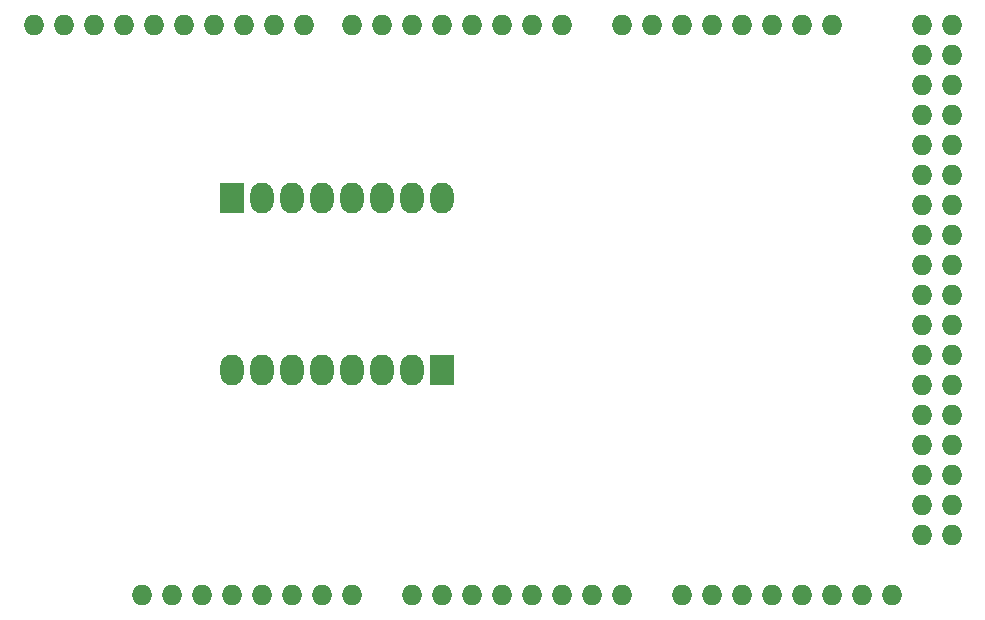
<source format=gtl>
G04 #@! TF.GenerationSoftware,KiCad,Pcbnew,(5.0.1)-3*
G04 #@! TF.CreationDate,2019-01-09T08:59:11+01:00*
G04 #@! TF.ProjectId,P300_Display_IF,503330305F446973706C61795F49462E,rev?*
G04 #@! TF.SameCoordinates,Original*
G04 #@! TF.FileFunction,Copper,L1,Top,Signal*
G04 #@! TF.FilePolarity,Positive*
%FSLAX46Y46*%
G04 Gerber Fmt 4.6, Leading zero omitted, Abs format (unit mm)*
G04 Created by KiCad (PCBNEW (5.0.1)-3) date 09.01.2019 08:59:11*
%MOMM*%
%LPD*%
G01*
G04 APERTURE LIST*
G04 #@! TA.AperFunction,ComponentPad*
%ADD10O,1.727200X1.727200*%
G04 #@! TD*
G04 #@! TA.AperFunction,ComponentPad*
%ADD11R,2.000000X2.600000*%
G04 #@! TD*
G04 #@! TA.AperFunction,ComponentPad*
%ADD12O,2.000000X2.600000*%
G04 #@! TD*
G04 APERTURE END LIST*
D10*
G04 #@! TO.P,XA1,A0*
G04 #@! TO.N,LCD_RD*
X127000000Y-119380000D03*
G04 #@! TO.P,XA1,VIN*
G04 #@! TO.N,Net-(XA1-PadVIN)*
X121920000Y-119380000D03*
G04 #@! TO.P,XA1,GND3*
G04 #@! TO.N,Net-(XA1-PadGND3)*
X119380000Y-119380000D03*
G04 #@! TO.P,XA1,GND2*
G04 #@! TO.N,Net-(XA1-PadGND2)*
X116840000Y-119380000D03*
G04 #@! TO.P,XA1,5V1*
G04 #@! TO.N,+5V*
X114300000Y-119380000D03*
G04 #@! TO.P,XA1,3V3*
G04 #@! TO.N,+3V3*
X111760000Y-119380000D03*
G04 #@! TO.P,XA1,RST1*
G04 #@! TO.N,Net-(XA1-PadRST1)*
X109220000Y-119380000D03*
G04 #@! TO.P,XA1,IORF*
G04 #@! TO.N,Net-(XA1-PadIORF)*
X106680000Y-119380000D03*
G04 #@! TO.P,XA1,D21*
G04 #@! TO.N,SCL*
X162560000Y-71120000D03*
G04 #@! TO.P,XA1,D20*
G04 #@! TO.N,SDA*
X160020000Y-71120000D03*
G04 #@! TO.P,XA1,D19*
G04 #@! TO.N,Tacho_L2*
X157480000Y-71120000D03*
G04 #@! TO.P,XA1,D18*
G04 #@! TO.N,Tacho_L1*
X154940000Y-71120000D03*
G04 #@! TO.P,XA1,D17*
G04 #@! TO.N,CO2_TX*
X152400000Y-71120000D03*
G04 #@! TO.P,XA1,D16*
G04 #@! TO.N,CO2_RX*
X149860000Y-71120000D03*
G04 #@! TO.P,XA1,D15*
G04 #@! TO.N,Net-(XA1-PadD15)*
X147320000Y-71120000D03*
G04 #@! TO.P,XA1,D14*
G04 #@! TO.N,Net-(XA1-PadD14)*
X144780000Y-71120000D03*
G04 #@! TO.P,XA1,D0*
G04 #@! TO.N,Net-(XA1-PadD0)*
X139700000Y-71120000D03*
G04 #@! TO.P,XA1,D1*
G04 #@! TO.N,Net-(XA1-PadD1)*
X137160000Y-71120000D03*
G04 #@! TO.P,XA1,D2*
G04 #@! TO.N,Net-(XA1-PadD2)*
X134620000Y-71120000D03*
G04 #@! TO.P,XA1,D3*
G04 #@! TO.N,Net-(XA1-PadD3)*
X132080000Y-71120000D03*
G04 #@! TO.P,XA1,D4*
G04 #@! TO.N,Net-(XA1-PadD4)*
X129540000Y-71120000D03*
G04 #@! TO.P,XA1,D5*
G04 #@! TO.N,Net-(XA1-PadD5)*
X127000000Y-71120000D03*
G04 #@! TO.P,XA1,D6*
G04 #@! TO.N,LCD_D1*
X124460000Y-71120000D03*
G04 #@! TO.P,XA1,D7*
G04 #@! TO.N,LCD_D0*
X121920000Y-71120000D03*
G04 #@! TO.P,XA1,GND1*
G04 #@! TO.N,GND*
X102616000Y-71120000D03*
G04 #@! TO.P,XA1,D8*
G04 #@! TO.N,LCD_D7*
X117856000Y-71120000D03*
G04 #@! TO.P,XA1,D9*
G04 #@! TO.N,LCD_D6*
X115316000Y-71120000D03*
G04 #@! TO.P,XA1,D10*
G04 #@! TO.N,LCD_D5*
X112776000Y-71120000D03*
G04 #@! TO.P,XA1,SCL*
G04 #@! TO.N,Net-(XA1-PadSCL)*
X94996000Y-71120000D03*
G04 #@! TO.P,XA1,SDA*
G04 #@! TO.N,Net-(XA1-PadSDA)*
X97536000Y-71120000D03*
G04 #@! TO.P,XA1,AREF*
G04 #@! TO.N,Net-(XA1-PadAREF)*
X100076000Y-71120000D03*
G04 #@! TO.P,XA1,D13*
G04 #@! TO.N,LCD_D2*
X105156000Y-71120000D03*
G04 #@! TO.P,XA1,D12*
G04 #@! TO.N,LCD_D3*
X107696000Y-71120000D03*
G04 #@! TO.P,XA1,D11*
G04 #@! TO.N,LCD_D4*
X110236000Y-71120000D03*
G04 #@! TO.P,XA1,*
G04 #@! TO.N,*
X104140000Y-119380000D03*
G04 #@! TO.P,XA1,A1*
G04 #@! TO.N,LCD_WR*
X129540000Y-119380000D03*
G04 #@! TO.P,XA1,A2*
G04 #@! TO.N,LCD_RS*
X132080000Y-119380000D03*
G04 #@! TO.P,XA1,A3*
G04 #@! TO.N,LCD_CS*
X134620000Y-119380000D03*
G04 #@! TO.P,XA1,A4*
G04 #@! TO.N,LCD_RST*
X137160000Y-119380000D03*
G04 #@! TO.P,XA1,A5*
G04 #@! TO.N,Net-(XA1-PadA5)*
X139700000Y-119380000D03*
G04 #@! TO.P,XA1,A6*
G04 #@! TO.N,Net-(XA1-PadA6)*
X142240000Y-119380000D03*
G04 #@! TO.P,XA1,A7*
G04 #@! TO.N,Net-(XA1-PadA7)*
X144780000Y-119380000D03*
G04 #@! TO.P,XA1,A8*
G04 #@! TO.N,Net-(XA1-PadA8)*
X149860000Y-119380000D03*
G04 #@! TO.P,XA1,A9*
G04 #@! TO.N,DRUCK1*
X152400000Y-119380000D03*
G04 #@! TO.P,XA1,A10*
G04 #@! TO.N,DRUCK2*
X154940000Y-119380000D03*
G04 #@! TO.P,XA1,A11*
G04 #@! TO.N,Net-(XA1-PadA11)*
X157480000Y-119380000D03*
G04 #@! TO.P,XA1,A12*
G04 #@! TO.N,Net-(XA1-PadA12)*
X160020000Y-119380000D03*
G04 #@! TO.P,XA1,A13*
G04 #@! TO.N,Net-(XA1-PadA13)*
X162560000Y-119380000D03*
G04 #@! TO.P,XA1,A14*
G04 #@! TO.N,Net-(XA1-PadA14)*
X165100000Y-119380000D03*
G04 #@! TO.P,XA1,A15*
G04 #@! TO.N,TGS2600*
X167640000Y-119380000D03*
G04 #@! TO.P,XA1,5V3*
G04 #@! TO.N,Net-(XA1-Pad5V3)*
X170180000Y-71120000D03*
G04 #@! TO.P,XA1,5V4*
G04 #@! TO.N,Net-(XA1-Pad5V4)*
X172720000Y-71120000D03*
G04 #@! TO.P,XA1,D22*
G04 #@! TO.N,Net-(XA1-PadD22)*
X170180000Y-73660000D03*
G04 #@! TO.P,XA1,D23*
G04 #@! TO.N,Net-(XA1-PadD23)*
X172720000Y-73660000D03*
G04 #@! TO.P,XA1,D24*
G04 #@! TO.N,Net-(XA1-PadD24)*
X170180000Y-76200000D03*
G04 #@! TO.P,XA1,D25*
G04 #@! TO.N,Net-(XA1-PadD25)*
X172720000Y-76200000D03*
G04 #@! TO.P,XA1,D26*
G04 #@! TO.N,Net-(XA1-PadD26)*
X170180000Y-78740000D03*
G04 #@! TO.P,XA1,D27*
G04 #@! TO.N,Net-(XA1-PadD27)*
X172720000Y-78740000D03*
G04 #@! TO.P,XA1,D28*
G04 #@! TO.N,DHT1*
X170180000Y-81280000D03*
G04 #@! TO.P,XA1,D29*
G04 #@! TO.N,DHT2*
X172720000Y-81280000D03*
G04 #@! TO.P,XA1,D30*
G04 #@! TO.N,TEMP1*
X170180000Y-83820000D03*
G04 #@! TO.P,XA1,D31*
G04 #@! TO.N,TEMP2*
X172720000Y-83820000D03*
G04 #@! TO.P,XA1,D32*
G04 #@! TO.N,TEMP3*
X170180000Y-86360000D03*
G04 #@! TO.P,XA1,D33*
G04 #@! TO.N,TEMP4*
X172720000Y-86360000D03*
G04 #@! TO.P,XA1,D34*
G04 #@! TO.N,Net-(XA1-PadD34)*
X170180000Y-88900000D03*
G04 #@! TO.P,XA1,D35*
G04 #@! TO.N,Net-(XA1-PadD35)*
X172720000Y-88900000D03*
G04 #@! TO.P,XA1,D36*
G04 #@! TO.N,Net-(XA1-PadD36)*
X170180000Y-91440000D03*
G04 #@! TO.P,XA1,D37*
G04 #@! TO.N,Net-(XA1-PadD37)*
X172720000Y-91440000D03*
G04 #@! TO.P,XA1,D38*
G04 #@! TO.N,Net-(XA1-PadD38)*
X170180000Y-93980000D03*
G04 #@! TO.P,XA1,D39*
G04 #@! TO.N,Net-(XA1-PadD39)*
X172720000Y-93980000D03*
G04 #@! TO.P,XA1,D40*
G04 #@! TO.N,BP_POW*
X170180000Y-96520000D03*
G04 #@! TO.P,XA1,D41*
G04 #@! TO.N,BP_DIR*
X172720000Y-96520000D03*
G04 #@! TO.P,XA1,D42*
G04 #@! TO.N,L1*
X170180000Y-99060000D03*
G04 #@! TO.P,XA1,D43*
G04 #@! TO.N,L2*
X172720000Y-99060000D03*
G04 #@! TO.P,XA1,D44*
G04 #@! TO.N,PWM_L1*
X170180000Y-101600000D03*
G04 #@! TO.P,XA1,D45*
G04 #@! TO.N,Net-(XA1-PadD45)*
X172720000Y-101600000D03*
G04 #@! TO.P,XA1,D46*
G04 #@! TO.N,PWM_L2*
X170180000Y-104140000D03*
G04 #@! TO.P,XA1,D47*
G04 #@! TO.N,Net-(XA1-PadD47)*
X172720000Y-104140000D03*
G04 #@! TO.P,XA1,D48*
G04 #@! TO.N,Net-(XA1-PadD48)*
X170180000Y-106680000D03*
G04 #@! TO.P,XA1,D49*
G04 #@! TO.N,Net-(XA1-PadD49)*
X172720000Y-106680000D03*
G04 #@! TO.P,XA1,D50*
G04 #@! TO.N,Net-(XA1-PadD50)*
X170180000Y-109220000D03*
G04 #@! TO.P,XA1,D51*
G04 #@! TO.N,Net-(XA1-PadD51)*
X172720000Y-109220000D03*
G04 #@! TO.P,XA1,D52*
G04 #@! TO.N,Net-(XA1-PadD52)*
X170180000Y-111760000D03*
G04 #@! TO.P,XA1,D53*
G04 #@! TO.N,Net-(XA1-PadD53)*
X172720000Y-111760000D03*
G04 #@! TO.P,XA1,GND5*
G04 #@! TO.N,Net-(XA1-PadGND5)*
X170180000Y-114300000D03*
G04 #@! TO.P,XA1,GND6*
G04 #@! TO.N,Net-(XA1-PadGND6)*
X172720000Y-114300000D03*
G04 #@! TD*
D11*
G04 #@! TO.P,J16,1*
G04 #@! TO.N,LCD_D2*
X111760000Y-85725000D03*
D12*
G04 #@! TO.P,J16,2*
G04 #@! TO.N,LCD_D3*
X114300000Y-85725000D03*
G04 #@! TO.P,J16,3*
G04 #@! TO.N,LCD_D4*
X116840000Y-85725000D03*
G04 #@! TO.P,J16,4*
G04 #@! TO.N,LCD_D5*
X119380000Y-85725000D03*
G04 #@! TO.P,J16,5*
G04 #@! TO.N,LCD_D6*
X121920000Y-85725000D03*
G04 #@! TO.P,J16,6*
G04 #@! TO.N,LCD_D7*
X124460000Y-85725000D03*
G04 #@! TO.P,J16,7*
G04 #@! TO.N,LCD_D0*
X127000000Y-85725000D03*
G04 #@! TO.P,J16,8*
G04 #@! TO.N,LCD_D1*
X129540000Y-85725000D03*
G04 #@! TD*
D11*
G04 #@! TO.P,J15,1*
G04 #@! TO.N,LCD_RST*
X129540000Y-100330000D03*
D12*
G04 #@! TO.P,J15,2*
G04 #@! TO.N,LCD_CS*
X127000000Y-100330000D03*
G04 #@! TO.P,J15,3*
G04 #@! TO.N,LCD_RS*
X124460000Y-100330000D03*
G04 #@! TO.P,J15,4*
G04 #@! TO.N,LCD_WR*
X121920000Y-100330000D03*
G04 #@! TO.P,J15,5*
G04 #@! TO.N,LCD_RD*
X119380000Y-100330000D03*
G04 #@! TO.P,J15,6*
G04 #@! TO.N,GND*
X116840000Y-100330000D03*
G04 #@! TO.P,J15,7*
G04 #@! TO.N,+5V*
X114300000Y-100330000D03*
G04 #@! TO.P,J15,8*
G04 #@! TO.N,+3V3*
X111760000Y-100330000D03*
G04 #@! TD*
M02*

</source>
